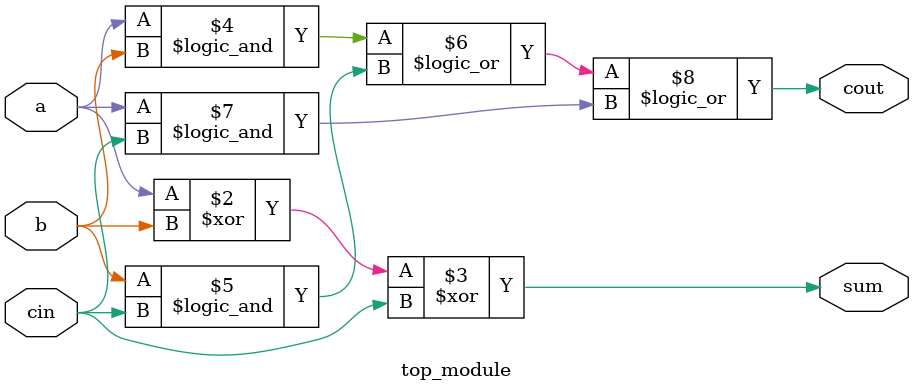
<source format=v>
module top_module( 
    input a, b, cin,
    output cout, sum );
    always @(*) begin
        sum=a^b^cin;
        cout=(a&&b)||(b&&cin)||(a&&cin);
    end
endmodule
</source>
